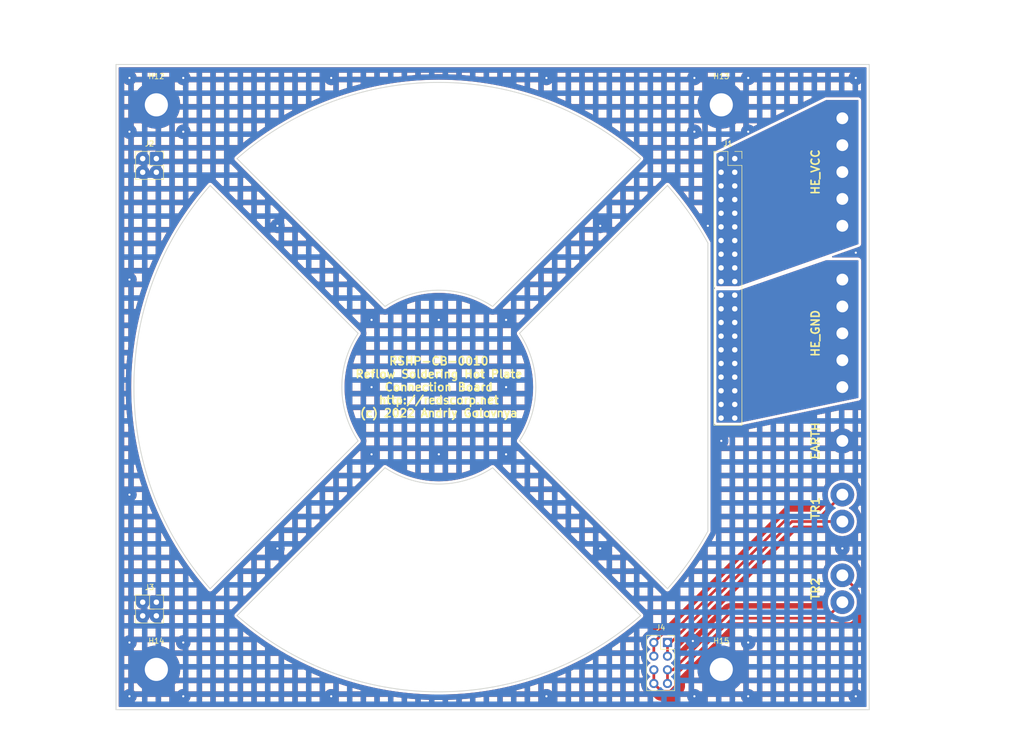
<source format=kicad_pcb>
(kicad_pcb (version 20211014) (generator pcbnew)
  (title_block (title "RSHP-CB-0010") (date "2022-05-29") (rev "1.0") (company "(c) Andriy Golovnya http://redscorp.net") (comment 1 "Reflow Soldering Hot Plate - Connection Board"))
  (layers (0 "F.Cu" signal) (31 "B.Cu" signal) (34 "B.Paste" user) (35 "F.Paste" user) (36 "B.SilkS" user "B.Silkscreen") (37 "F.SilkS" user "F.Silkscreen") (38 "B.Mask" user) (39 "F.Mask" user) (44 "Edge.Cuts" user))
  (net 0 "")
  (net 1 "HE_VCC")
  (net 2 "HE_GND")
  (net 3 "EARTH")
  (net 4 "TR1_VCC")
  (net 5 "TR1_GND")
  (net 6 "TR2_VCC")
  (net 7 "TR2_GND")
  (footprint "Connector_PinSocket_2.54mm:PinSocket_2x20_P2.54mm_Vertical" (layer "F.Cu") (at 165 47.5)
    (fp_text reference "J1" (at -1.27 -2.77) (layer "F.SilkS"))
    (fp_text value "Conn_02x20_Odd_Even")
    (fp_line (start -3.87 -1.33) (end -3.87 49.59) (layer "F.SilkS") (width 0.12))
    (fp_line (start -3.87 49.59) (end 1.33 49.59) (layer "F.SilkS") (width 0.12))
    (fp_line (start -1.27 -1.33) (end -1.27 1.27) (layer "F.SilkS") (width 0.12))
    (fp_line (start 1.33 1.27) (end 1.33 49.59) (layer "F.SilkS") (width 0.12))
    (fp_line (start 0 -1.33) (end 1.33 -1.33) (layer "F.SilkS") (width 0.12))
    (fp_line (start 1.33 -1.33) (end 1.33 0) (layer "F.SilkS") (width 0.12))
    (fp_line (start -3.87 -1.33) (end -1.27 -1.33) (layer "F.SilkS") (width 0.12))
    (fp_line (start -1.27 1.27) (end 1.33 1.27) (layer "F.SilkS") (width 0.12))
    (pad "1" thru_hole rect (at 0 0) (size 1.7 1.7) (drill 1) (layers *.Cu *.Mask) (net 1 "HE_VCC"))
    (pad "2" thru_hole oval (at -2.54 0) (size 1.7 1.7) (drill 1) (layers *.Cu *.Mask) (net 1 "HE_VCC"))
    (pad "3" thru_hole oval (at 0 2.54) (size 1.7 1.7) (drill 1) (layers *.Cu *.Mask) (net 1 "HE_VCC"))
    (pad "4" thru_hole oval (at -2.54 2.54) (size 1.7 1.7) (drill 1) (layers *.Cu *.Mask) (net 1 "HE_VCC"))
    (pad "5" thru_hole oval (at 0 5.08) (size 1.7 1.7) (drill 1) (layers *.Cu *.Mask) (net 1 "HE_VCC"))
    (pad "6" thru_hole oval (at -2.54 5.08) (size 1.7 1.7) (drill 1) (layers *.Cu *.Mask) (net 1 "HE_VCC"))
    (pad "7" thru_hole oval (at 0 7.62) (size 1.7 1.7) (drill 1) (layers *.Cu *.Mask) (net 1 "HE_VCC"))
    (pad "8" thru_hole oval (at -2.54 7.62) (size 1.7 1.7) (drill 1) (layers *.Cu *.Mask) (net 1 "HE_VCC"))
    (pad "9" thru_hole oval (at 0 10.16) (size 1.7 1.7) (drill 1) (layers *.Cu *.Mask) (net 1 "HE_VCC"))
    (pad "10" thru_hole oval (at -2.54 10.16) (size 1.7 1.7) (drill 1) (layers *.Cu *.Mask) (net 1 "HE_VCC"))
    (pad "11" thru_hole oval (at 0 12.7) (size 1.7 1.7) (drill 1) (layers *.Cu *.Mask) (net 1 "HE_VCC"))
    (pad "12" thru_hole oval (at -2.54 12.7) (size 1.7 1.7) (drill 1) (layers *.Cu *.Mask) (net 1 "HE_VCC"))
    (pad "13" thru_hole oval (at 0 15.24) (size 1.7 1.7) (drill 1) (layers *.Cu *.Mask) (net 1 "HE_VCC"))
    (pad "14" thru_hole oval (at -2.54 15.24) (size 1.7 1.7) (drill 1) (layers *.Cu *.Mask) (net 1 "HE_VCC"))
    (pad "15" thru_hole oval (at 0 17.78) (size 1.7 1.7) (drill 1) (layers *.Cu *.Mask) (net 1 "HE_VCC"))
    (pad "16" thru_hole oval (at -2.54 17.78) (size 1.7 1.7) (drill 1) (layers *.Cu *.Mask) (net 1 "HE_VCC"))
    (pad "17" thru_hole oval (at 0 20.32) (size 1.7 1.7) (drill 1) (layers *.Cu *.Mask) (net 1 "HE_VCC"))
    (pad "18" thru_hole oval (at -2.54 20.32) (size 1.7 1.7) (drill 1) (layers *.Cu *.Mask) (net 1 "HE_VCC"))
    (pad "19" thru_hole oval (at 0 22.86) (size 1.7 1.7) (drill 1) (layers *.Cu *.Mask) (net 1 "HE_VCC"))
    (pad "20" thru_hole oval (at -2.54 22.86) (size 1.7 1.7) (drill 1) (layers *.Cu *.Mask) (net 1 "HE_VCC"))
    (pad "21" thru_hole oval (at 0 25.4) (size 1.7 1.7) (drill 1) (layers *.Cu *.Mask) (net 2 "HE_GND"))
    (pad "22" thru_hole oval (at -2.54 25.4) (size 1.7 1.7) (drill 1) (layers *.Cu *.Mask) (net 2 "HE_GND"))
    (pad "23" thru_hole oval (at 0 27.94) (size 1.7 1.7) (drill 1) (layers *.Cu *.Mask) (net 2 "HE_GND"))
    (pad "24" thru_hole oval (at -2.54 27.94) (size 1.7 1.7) (drill 1) (layers *.Cu *.Mask) (net 2 "HE_GND"))
    (pad "25" thru_hole oval (at 0 30.48) (size 1.7 1.7) (drill 1) (layers *.Cu *.Mask) (net 2 "HE_GND"))
    (pad "26" thru_hole oval (at -2.54 30.48) (size 1.7 1.7) (drill 1) (layers *.Cu *.Mask) (net 2 "HE_GND"))
    (pad "27" thru_hole oval (at 0 33.02) (size 1.7 1.7) (drill 1) (layers *.Cu *.Mask) (net 2 "HE_GND"))
    (pad "28" thru_hole oval (at -2.54 33.02) (size 1.7 1.7) (drill 1) (layers *.Cu *.Mask) (net 2 "HE_GND"))
    (pad "29" thru_hole oval (at 0 35.56) (size 1.7 1.7) (drill 1) (layers *.Cu *.Mask) (net 2 "HE_GND"))
    (pad "30" thru_hole oval (at -2.54 35.56) (size 1.7 1.7) (drill 1) (layers *.Cu *.Mask) (net 2 "HE_GND"))
    (pad "31" thru_hole oval (at 0 38.1) (size 1.7 1.7) (drill 1) (layers *.Cu *.Mask) (net 2 "HE_GND"))
    (pad "32" thru_hole oval (at -2.54 38.1) (size 1.7 1.7) (drill 1) (layers *.Cu *.Mask) (net 2 "HE_GND"))
    (pad "33" thru_hole oval (at 0 40.64) (size 1.7 1.7) (drill 1) (layers *.Cu *.Mask) (net 2 "HE_GND"))
    (pad "34" thru_hole oval (at -2.54 40.64) (size 1.7 1.7) (drill 1) (layers *.Cu *.Mask) (net 2 "HE_GND"))
    (pad "35" thru_hole oval (at 0 43.18) (size 1.7 1.7) (drill 1) (layers *.Cu *.Mask) (net 2 "HE_GND"))
    (pad "36" thru_hole oval (at -2.54 43.18) (size 1.7 1.7) (drill 1) (layers *.Cu *.Mask) (net 2 "HE_GND"))
    (pad "37" thru_hole oval (at 0 45.72) (size 1.7 1.7) (drill 1) (layers *.Cu *.Mask) (net 2 "HE_GND"))
    (pad "38" thru_hole oval (at -2.54 45.72) (size 1.7 1.7) (drill 1) (layers *.Cu *.Mask) (net 2 "HE_GND"))
    (pad "39" thru_hole oval (at 0 48.26) (size 1.7 1.7) (drill 1) (layers *.Cu *.Mask) (net 2 "HE_GND"))
    (pad "40" thru_hole oval (at -2.54 48.26) (size 1.7 1.7) (drill 1) (layers *.Cu *.Mask) (net 2 "HE_GND"))
  )
  (footprint "MountingHole:MountingHole_2.2mm_M2_Pad" (layer "F.Cu") (at 185 50)
    (fp_text reference "H3" hide)
    (fp_text value "MountingHole_Pad")
    (pad "1" thru_hole circle (at 0 0) (size 4.4 4.4) (drill 2.2) (layers *.Cu *.Mask) (net 1 "HE_VCC"))
  )
  (footprint "MountingHole:MountingHole_2.2mm_M2_Pad" (layer "F.Cu") (at 185 130)
    (fp_text reference "H19" hide)
    (fp_text value "MountingHole_Pad")
    (pad "1" thru_hole circle (at 0 0) (size 4.4 4.4) (drill 2.2) (layers *.Cu *.Mask) (net 7 "TR2_GND"))
  )
  (footprint "Connector_PinSocket_2.54mm:PinSocket_2x04_P2.54mm_Vertical" (layer "F.Cu") (at 152.5 137.5)
    (fp_text reference "J4" (at -1.27 -2.77) (layer "F.SilkS"))
    (fp_text value "Conn_02x04_Odd_Even")
    (fp_line (start -3.87 -1.33) (end -3.87 8.95) (layer "F.SilkS") (width 0.12))
    (fp_line (start -1.27 1.27) (end 1.33 1.27) (layer "F.SilkS") (width 0.12))
    (fp_line (start -1.27 -1.33) (end -1.27 1.27) (layer "F.SilkS") (width 0.12))
    (fp_line (start 1.33 -1.33) (end 1.33 0) (layer "F.SilkS") (width 0.12))
    (fp_line (start -3.87 -1.33) (end -1.27 -1.33) (layer "F.SilkS") (width 0.12))
    (fp_line (start 1.33 1.27) (end 1.33 8.95) (layer "F.SilkS") (width 0.12))
    (fp_line (start -3.87 8.95) (end 1.33 8.95) (layer "F.SilkS") (width 0.12))
    (fp_line (start 0 -1.33) (end 1.33 -1.33) (layer "F.SilkS") (width 0.12))
    (pad "1" thru_hole rect (at 0 0) (size 1.7 1.7) (drill 1) (layers *.Cu *.Mask) (net 5 "TR1_GND"))
    (pad "2" thru_hole oval (at -2.54 0) (size 1.7 1.7) (drill 1) (layers *.Cu *.Mask) (net 4 "TR1_VCC"))
    (pad "3" thru_hole oval (at 0 2.54) (size 1.7 1.7) (drill 1) (layers *.Cu *.Mask) (net 5 "TR1_GND"))
    (pad "4" thru_hole oval (at -2.54 2.54) (size 1.7 1.7) (drill 1) (layers *.Cu *.Mask) (net 4 "TR1_VCC"))
    (pad "5" thru_hole oval (at 0 5.08) (size 1.7 1.7) (drill 1) (layers *.Cu *.Mask) (net 7 "TR2_GND"))
    (pad "6" thru_hole oval (at -2.54 5.08) (size 1.7 1.7) (drill 1) (layers *.Cu *.Mask) (net 6 "TR2_VCC"))
    (pad "7" thru_hole oval (at 0 7.62) (size 1.7 1.7) (drill 1) (layers *.Cu *.Mask) (net 7 "TR2_GND"))
    (pad "8" thru_hole oval (at -2.54 7.62) (size 1.7 1.7) (drill 1) (layers *.Cu *.Mask) (net 6 "TR2_VCC"))
  )
  (footprint "MountingHole:MountingHole_2.2mm_M2_Pad" (layer "F.Cu") (at 185 125)
    (fp_text reference "H18" hide)
    (fp_text value "MountingHole_Pad")
    (pad "1" thru_hole circle (at 0 0) (size 4.4 4.4) (drill 2.2) (layers *.Cu *.Mask) (net 6 "TR2_VCC"))
  )
  (footprint "MountingHole:MountingHole_2.2mm_M2_Pad" (layer "F.Cu") (at 185 90)
    (fp_text reference "H10" hide)
    (fp_text value "MountingHole_Pad")
    (pad "1" thru_hole circle (at 0 0) (size 4.4 4.4) (drill 2.2) (layers *.Cu *.Mask) (net 2 "HE_GND"))
  )
  (footprint "Connector_PinSocket_2.54mm:PinSocket_2x02_P2.54mm_Vertical" (layer "F.Cu") (at 57.5 130)
    (fp_text reference "J3" (at -1.27 -2.77) (layer "F.SilkS"))
    (fp_text value "Conn_02x02_Odd_Even")
    (fp_line (start 0 -1.33) (end 1.33 -1.33) (layer "F.SilkS") (width 0.12))
    (fp_line (start 1.33 -1.33) (end 1.33 0) (layer "F.SilkS") (width 0.12))
    (fp_line (start -1.27 -1.33) (end -1.27 1.27) (layer "F.SilkS") (width 0.12))
    (fp_line (start -3.87 -1.33) (end -3.87 3.87) (layer "F.SilkS") (width 0.12))
    (fp_line (start -3.87 -1.33) (end -1.27 -1.33) (layer "F.SilkS") (width 0.12))
    (fp_line (start 1.33 1.27) (end 1.33 3.87) (layer "F.SilkS") (width 0.12))
    (fp_line (start -3.87 3.87) (end 1.33 3.87) (layer "F.SilkS") (width 0.12))
    (fp_line (start -1.27 1.27) (end 1.33 1.27) (layer "F.SilkS") (width 0.12))
    (pad "1" thru_hole rect (at 0 0) (size 1.7 1.7) (drill 1) (layers *.Cu *.Mask) (net 3 "EARTH"))
    (pad "2" thru_hole oval (at -2.54 0) (size 1.7 1.7) (drill 1) (layers *.Cu *.Mask) (net 3 "EARTH"))
    (pad "3" thru_hole oval (at 0 2.54) (size 1.7 1.7) (drill 1) (layers *.Cu *.Mask) (net 3 "EARTH"))
    (pad "4" thru_hole oval (at -2.54 2.54) (size 1.7 1.7) (drill 1) (layers *.Cu *.Mask) (net 3 "EARTH"))
  )
  (footprint "MountingHole:MountingHole_2.2mm_M2_Pad" (layer "F.Cu") (at 185 110)
    (fp_text reference "H16" hide)
    (fp_text value "MountingHole_Pad")
    (pad "1" thru_hole circle (at 0 0) (size 4.4 4.4) (drill 2.2) (layers *.Cu *.Mask) (net 4 "TR1_VCC"))
  )
  (footprint "MountingHole:MountingHole_2.2mm_M2_Pad" (layer "F.Cu") (at 185 80)
    (fp_text reference "H8" hide)
    (fp_text value "MountingHole_Pad")
    (pad "1" thru_hole circle (at 0 0) (size 4.4 4.4) (drill 2.2) (layers *.Cu *.Mask) (net 2 "HE_GND"))
  )
  (footprint "MountingHole:MountingHole_4.3mm_M4_Pad" (layer "F.Cu") (at 57.5 142.5)
    (fp_text reference "H14" (at 0 -5.3) (layer "F.SilkS"))
    (fp_text value "MountingHole")
    (pad "1" thru_hole circle (at 0 0) (size 8.6 8.6) (drill 4.3) (layers *.Cu *.Mask) (net 3 "EARTH"))
  )
  (footprint "Connector_PinSocket_2.54mm:PinSocket_2x02_P2.54mm_Vertical" (layer "F.Cu") (at 57.5 47.5)
    (fp_text reference "J2" (at -1.27 -2.77) (layer "F.SilkS"))
    (fp_text value "Conn_02x02_Odd_Even")
    (fp_line (start -1.27 1.27) (end 1.33 1.27) (layer "F.SilkS") (width 0.12))
    (fp_line (start 0 -1.33) (end 1.33 -1.33) (layer "F.SilkS") (width 0.12))
    (fp_line (start -3.87 3.87) (end 1.33 3.87) (layer "F.SilkS") (width 0.12))
    (fp_line (start -3.87 -1.33) (end -3.87 3.87) (layer "F.SilkS") (width 0.12))
    (fp_line (start -1.27 -1.33) (end -1.27 1.27) (layer "F.SilkS") (width 0.12))
    (fp_line (start -3.87 -1.33) (end -1.27 -1.33) (layer "F.SilkS") (width 0.12))
    (fp_line (start 1.33 -1.33) (end 1.33 0) (layer "F.SilkS") (width 0.12))
    (fp_line (start 1.33 1.27) (end 1.33 3.87) (layer "F.SilkS") (width 0.12))
    (pad "1" thru_hole rect (at 0 0) (size 1.7 1.7) (drill 1) (layers *.Cu *.Mask) (net 3 "EARTH"))
    (pad "2" thru_hole oval (at -2.54 0) (size 1.7 1.7) (drill 1) (layers *.Cu *.Mask) (net 3 "EARTH"))
    (pad "3" thru_hole oval (at 0 2.54) (size 1.7 1.7) (drill 1) (layers *.Cu *.Mask) (net 3 "EARTH"))
    (pad "4" thru_hole oval (at -2.54 2.54) (size 1.7 1.7) (drill 1) (layers *.Cu *.Mask) (net 3 "EARTH"))
  )
  (footprint "MountingHole:MountingHole_2.2mm_M2_Pad" (layer "F.Cu") (at 185 70)
    (fp_text reference "H6" hide)
    (fp_text value "MountingHole_Pad")
    (pad "1" thru_hole circle (at 0 0) (size 4.4 4.4) (drill 2.2) (layers *.Cu *.Mask) (net 2 "HE_GND"))
  )
  (footprint "MountingHole:MountingHole_2.2mm_M2_Pad" (layer "F.Cu") (at 185 85)
    (fp_text reference "H9" hide)
    (fp_text value "MountingHole_Pad")
    (pad "1" thru_hole circle (at 0 0) (size 4.4 4.4) (drill 2.2) (layers *.Cu *.Mask) (net 2 "HE_GND"))
  )
  (footprint "MountingHole:MountingHole_4.3mm_M4_Pad" (layer "F.Cu") (at 57.5 37.5)
    (fp_text reference "H12" (at 0 -5.3) (layer "F.SilkS"))
    (fp_text value "MountingHole")
    (pad "1" thru_hole circle (at 0 0) (size 8.6 8.6) (drill 4.3) (layers *.Cu *.Mask) (net 3 "EARTH"))
  )
  (footprint "MountingHole:MountingHole_4.3mm_M4_Pad" (layer "F.Cu") (at 162.5 142.5)
    (fp_text reference "H15" (at 0 -5.3) (layer "F.SilkS"))
    (fp_text value "MountingHole")
    (pad "1" thru_hole circle (at 0 0) (size 8.6 8.6) (drill 4.3) (layers *.Cu *.Mask) (net 3 "EARTH"))
  )
  (footprint "MountingHole:MountingHole_2.2mm_M2_Pad" (layer "F.Cu") (at 185 75)
    (fp_text reference "H7" hide)
    (fp_text value "MountingHole_Pad")
    (pad "1" thru_hole circle (at 0 0) (size 4.4 4.4) (drill 2.2) (layers *.Cu *.Mask) (net 2 "HE_GND"))
  )
  (footprint "MountingHole:MountingHole_4.3mm_M4_Pad" (layer "F.Cu") (at 162.5 37.5)
    (fp_text reference "H13" (at 0 -5.3) (layer "F.SilkS"))
    (fp_text value "MountingHole")
    (pad "1" thru_hole circle (at 0 0) (size 8.6 8.6) (drill 4.3) (layers *.Cu *.Mask) (net 3 "EARTH"))
  )
  (footprint "MountingHole:MountingHole_2.2mm_M2_Pad" (layer "F.Cu") (at 185 100)
    (fp_text reference "H11" hide)
    (fp_text value "MountingHole_Pad")
    (pad "1" thru_hole circle (at 0 0) (size 4.4 4.4) (drill 2.2) (layers *.Cu *.Mask) (net 3 "EARTH"))
  )
  (footprint "MountingHole:MountingHole_2.2mm_M2_Pad" (layer "F.Cu") (at 185 55)
    (fp_text reference "H2" hide)
    (fp_text value "MountingHole_Pad")
    (pad "1" thru_hole circle (at 0 0) (size 4.4 4.4) (drill 2.2) (layers *.Cu *.Mask) (net 1 "HE_VCC"))
  )
  (footprint "MountingHole:MountingHole_2.2mm_M2_Pad" (layer "F.Cu") (at 185 115)
    (fp_text reference "H17" hide)
    (fp_text value "MountingHole_Pad")
    (pad "1" thru_hole circle (at 0 0) (size 4.4 4.4) (drill 2.2) (layers *.Cu *.Mask) (net 5 "TR1_GND"))
  )
  (footprint "MountingHole:MountingHole_2.2mm_M2_Pad" (layer "F.Cu") (at 185 60)
    (fp_text reference "H1" hide)
    (fp_text value "MountingHole_Pad")
    (pad "1" thru_hole circle (at 0 0) (size 4.4 4.4) (drill 2.2) (layers *.Cu *.Mask) (net 1 "HE_VCC"))
  )
  (footprint "MountingHole:MountingHole_2.2mm_M2_Pad" (layer "F.Cu") (at 185 40)
    (fp_text reference "H5" hide)
    (fp_text value "MountingHole_Pad")
    (pad "1" thru_hole circle (at 0 0) (size 4.4 4.4) (drill 2.2) (layers *.Cu *.Mask) (net 1 "HE_VCC"))
  )
  (footprint "MountingHole:MountingHole_2.2mm_M2_Pad" (layer "F.Cu") (at 185 45)
    (fp_text reference "H4" hide)
    (fp_text value "MountingHole_Pad")
    (pad "1" thru_hole circle (at 0 0) (size 4.4 4.4) (drill 2.2) (layers *.Cu *.Mask) (net 1 "HE_VCC"))
  )
  (gr_line (start 120 105) (end 147.5 132.5) (layer "Edge.Cuts") (width 0.15))
  (gr_line (start 190 30) (end 50 30) (layer "Edge.Cuts") (width 0.15))
  (gr_line (start 50 150) (end 190 150) (layer "Edge.Cuts") (width 0.15))
  (gr_arc (start 147.5 132.5) (mid 110 146.670069) (end 72.5 132.5) (layer "Edge.Cuts") (width 0.15))
  (gr_arc (start 120 105) (mid 110 108.028703) (end 100 105) (layer "Edge.Cuts") (width 0.15))
  (gr_line (start 100 105) (end 72.5 132.5) (layer "Edge.Cuts") (width 0.15))
  (gr_arc (start 125 80) (mid 128.028703 90) (end 125 100) (layer "Edge.Cuts") (width 0.15))
  (gr_line (start 120 75) (end 147.5 47.5) (layer "Edge.Cuts") (width 0.15))
  (gr_line (start 125 80) (end 152.5 52.5) (layer "Edge.Cuts") (width 0.15))
  (gr_line (start 95 100) (end 67.5 127.5) (layer "Edge.Cuts") (width 0.15))
  (gr_line (start 160 63.2) (end 160 116.8) (layer "Edge.Cuts") (width 0.15))
  (gr_line (start 125 100) (end 152.5 127.5) (layer "Edge.Cuts") (width 0.15))
  (gr_line (start 50 30) (end 50 150) (layer "Edge.Cuts") (width 0.15))
  (gr_arc (start 67.5 127.5) (mid 53.329931 90) (end 67.5 52.5) (layer "Edge.Cuts") (width 0.15))
  (gr_arc (start 152.5 52.5) (mid 156.549877 57.639806) (end 160 63.2) (layer "Edge.Cuts") (width 0.15))
  (gr_line (start 190 150) (end 190 30) (layer "Edge.Cuts") (width 0.15))
  (gr_line (start 100 75) (end 72.5 47.5) (layer "Edge.Cuts") (width 0.15))
  (gr_arc (start 72.5 47.5) (mid 110 33.329931) (end 147.5 47.5) (layer "Edge.Cuts") (width 0.15))
  (gr_arc (start 100 75) (mid 110 71.971297) (end 120 75) (layer "Edge.Cuts") (width 0.15))
  (gr_line (start 95 80) (end 67.5 52.5) (layer "Edge.Cuts") (width 0.15))
  (gr_arc (start 160 116.8) (mid 156.55069 122.360764) (end 152.5 127.5) (layer "Edge.Cuts") (width 0.15))
  (gr_arc (start 95 100) (mid 91.971297 90) (end 95 80) (layer "Edge.Cuts") (width 0.15))
  (gr_text "HE_GND" (at 180 80 90) (layer "F.SilkS") (effects (font (size 1.5 1.5) (thickness 0.3))))
  (gr_text "TR2" (at 180 127.5 90) (layer "F.SilkS") (effects (font (size 1.5 1.5) (thickness 0.3))))
  (gr_text "TR1" (at 180 112.5 90) (layer "F.SilkS") (effects (font (size 1.5 1.5) (thickness 0.3))))
  (gr_text "HE_VCC" (at 180 50 90) (layer "F.SilkS") (effects (font (size 1.5 1.5) (thickness 0.3))))
  (gr_text "EARTH" (at 180 100 90) (layer "F.SilkS") (effects (font (size 1.5 1.5) (thickness 0.3))))
  (gr_text "RSHP-CB-0010\nReflow Soldering Hot Plate\nConnection Board\nhttp://redscorp.net\n(c) 2022 Andriy Golovnya" (at 110 90) (layer "F.SilkS") (effects (font (size 1.5 1.5) (thickness 0.3))))
  (via (at 52.5 110) (size 0.8) (drill 0.4) (layers "F.Cu" "B.Cu") (net 3))
  (via (at 80 120) (size 0.8) (drill 0.4) (layers "F.Cu" "B.Cu") (net 3))
  (via (at 122.5 102.5) (size 0.8) (drill 0.4) (layers "F.Cu" "B.Cu") (net 3))
  (via (at 187.5 65) (size 0.8) (drill 0.4) (layers "F.Cu" "B.Cu") (net 3))
  (via (at 167.5 147.5) (size 0.8) (drill 0.4) (layers "F.Cu" "B.Cu") (net 3))
  (via (at 187.5 32.5) (size 0.8) (drill 0.4) (layers "F.Cu" "B.Cu") (net 3))
  (via (at 52.5 42.5) (size 0.8) (drill 0.4) (layers "F.Cu" "B.Cu") (net 3))
  (via (at 110 77.5) (size 0.8) (drill 0.4) (layers "F.Cu" "B.Cu") (net 3))
  (via (at 162.5 100) (size 0.8) (drill 0.4) (layers "F.Cu" "B.Cu") (net 3))
  (via (at 62.5 32.5) (size 0.8) (drill 0.4) (layers "F.Cu" "B.Cu") (net 3))
  (via (at 97.5 77.5) (size 0.8) (drill 0.4) (layers "F.Cu" "B.Cu") (net 3))
  (via (at 122.5 90) (size 0.8) (drill 0.4) (layers "F.Cu" "B.Cu") (net 3))
  (via (at 157.217171 137.217171) (size 0.8) (drill 0.4) (layers "F.Cu" "B.Cu") (net 3))
  (via (at 157.5 32.5) (size 0.8) (drill 0.4) (layers "F.Cu" "B.Cu") (net 3))
  (via (at 187.5 147.5) (size 0.8) (drill 0.4) (layers "F.Cu" "B.Cu") (net 3))
  (via (at 130 147.5) (size 0.8) (drill 0.4) (layers "F.Cu" "B.Cu") (net 3))
  (via (at 52.5 137.5) (size 0.8) (drill 0.4) (layers "F.Cu" "B.Cu") (net 3))
  (via (at 62.5 42.5) (size 0.8) (drill 0.4) (layers "F.Cu" "B.Cu") (net 3))
  (via (at 167.5 32.5) (size 0.8) (drill 0.4) (layers "F.Cu" "B.Cu") (net 3))
  (via (at 97.5 102.5) (size 0.8) (drill 0.4) (layers "F.Cu" "B.Cu") (net 3))
  (via (at 52.5 70) (size 0.8) (drill 0.4) (layers "F.Cu" "B.Cu") (net 3))
  (via (at 130 32.5) (size 0.8) (drill 0.4) (layers "F.Cu" "B.Cu") (net 3))
  (via (at 157.5 42.5) (size 0.8) (drill 0.4) (layers "F.Cu" "B.Cu") (net 3))
  (via (at 185 120) (size 0.8) (drill 0.4) (layers "F.Cu" "B.Cu") (net 3))
  (via (at 110 90) (size 0.8) (drill 0.4) (layers "F.Cu" "B.Cu") (net 3))
  (via (at 160 60) (size 0.8) (drill 0.4) (layers "F.Cu" "B.Cu") (net 3))
  (via (at 97.5 90) (size 0.8) (drill 0.4) (layers "F.Cu" "B.Cu") (net 3))
  (via (at 122.5 77.5) (size 0.8) (drill 0.4) (layers "F.Cu" "B.Cu") (net 3))
  (via (at 90 32.5) (size 0.8) (drill 0.4) (layers "F.Cu" "B.Cu") (net 3))
  (via (at 62.5 137.5) (size 0.8) (drill 0.4) (layers "F.Cu" "B.Cu") (net 3))
  (via (at 52.5 32.5) (size 0.8) (drill 0.4) (layers "F.Cu" "B.Cu") (net 3))
  (via (at 90 147.5) (size 0.8) (drill 0.4) (layers "F.Cu" "B.Cu") (net 3))
  (via (at 157.5 147.5) (size 0.8) (drill 0.4) (layers "F.Cu" "B.Cu") (net 3))
  (via (at 140 120) (size 0.8) (drill 0.4) (layers "F.Cu" "B.Cu") (net 3))
  (via (at 80 60) (size 0.8) (drill 0.4) (layers "F.Cu" "B.Cu") (net 3))
  (via (at 167.5 42.5) (size 0.8) (drill 0.4) (layers "F.Cu" "B.Cu") (net 3))
  (via (at 62.5 147.5) (size 0.8) (drill 0.4) (layers "F.Cu" "B.Cu") (net 3))
  (via (at 110 102.5) (size 0.8) (drill 0.4) (layers "F.Cu" "B.Cu") (net 3))
  (via (at 167.5 137.5) (size 0.8) (drill 0.4) (layers "F.Cu" "B.Cu") (net 3))
  (via (at 52.5 147.5) (size 0.8) (drill 0.4) (layers "F.Cu" "B.Cu") (net 3))
  (via (at 140 60) (size 0.8) (drill 0.4) (layers "F.Cu" "B.Cu") (net 3))
  (segment (start 149.96 140.04) (end 149.96 137.5) (width 0.5) (layer "F.Cu") (net 4))
  (segment (start 149.96 137.5) (end 151.570201 135.889799) (width 0.5) (layer "F.Cu") (net 4))
  (segment (start 181.072526 113.927474) (end 185 110) (width 0.5) (layer "F.Cu") (net 4))
  (segment (start 175.214504 113.927474) (end 181.072526 113.927474) (width 0.5) (layer "F.Cu") (net 4))
  (segment (start 153.252179 135.889799) (end 175.214504 113.927474) (width 0.5) (layer "F.Cu") (net 4))
  (segment (start 151.570201 135.889799) (end 153.252179 135.889799) (width 0.5) (layer "F.Cu") (net 4))
  (segment (start 152.5 140.04) (end 152.5 137.5) (width 0.5) (layer "F.Cu") (net 5))
  (segment (start 153.135718 137.5) (end 175.635718 115) (width 0.5) (layer "F.Cu") (net 5))
  (segment (start 175.635718 115) (end 185 115) (width 0.5) (layer "F.Cu") (net 5))
  (segment (start 152.5 137.5) (end 153.135718 137.5) (width 0.5) (layer "F.Cu") (net 5))
  (segment (start 187.941812 127.941812) (end 185 125) (width 0.5) (layer "F.Cu") (net 6))
  (segment (start 164.586304 132.982636) (end 186.261522 132.982636) (width 0.5) (layer "F.Cu") (net 6))
  (segment (start 149.96 145.12) (end 149.96 142.58) (width 0.5) (layer "F.Cu") (net 6))
  (segment (start 149.96 145.12) (end 151.415598 146.575598) (width 0.5) (layer "F.Cu") (net 6))
  (segment (start 153.983086 143.585854) (end 164.586304 132.982636) (width 0.5) (layer "F.Cu") (net 6))
  (segment (start 153.983086 145.590463) (end 153.983086 143.585854) (width 0.5) (layer "F.Cu") (net 6))
  (segment (start 151.415598 146.575598) (end 152.997951 146.575598) (width 0.5) (layer "F.Cu") (net 6))
  (segment (start 186.261522 132.982636) (end 187.941812 131.302346) (width 0.5) (layer "F.Cu") (net 6))
  (segment (start 152.997951 146.575598) (end 153.983086 145.590463) (width 0.5) (layer "F.Cu") (net 6))
  (segment (start 187.941812 131.302346) (end 187.941812 127.941812) (width 0.5) (layer "F.Cu") (net 6))
  (segment (start 164.165081 131.949991) (end 183.050009 131.949991) (width 0.5) (layer "F.Cu") (net 7))
  (segment (start 152.5 142.58) (end 153.535072 142.58) (width 0.5) (layer "F.Cu") (net 7))
  (segment (start 183.050009 131.949991) (end 185 130) (width 0.5) (layer "F.Cu") (net 7))
  (segment (start 152.5 145.12) (end 152.5 142.58) (width 0.5) (layer "F.Cu") (net 7))
  (segment (start 153.535072 142.58) (end 164.165081 131.949991) (width 0.5) (layer "F.Cu") (net 7))
  (zone (net 2) (net_name "HE_GND") (layers F&B.Cu) (priority 1) (connect_pads yes (clearance 0.508)) (min_thickness 0.254) (fill yes (thermal_gap 0.508) (thermal_bridge_width 0.508))
    (polygon (pts (xy 188 92) (xy 166 96.6) (xy 161.6 96.6) (xy 161.6 72) (xy 165.8 72) (xy 182 66.4) (xy 188 66.4)))
  )
  (zone (net 1) (net_name "HE_VCC") (layers F&B.Cu) (priority 1) (connect_pads yes (clearance 0.508)) (min_thickness 0.254) (fill yes (thermal_gap 0.508) (thermal_bridge_width 0.508))
    (polygon (pts (xy 188 63.4) (xy 165.8 71.2) (xy 161.6 71.2) (xy 161.6 46.6) (xy 182 36.6) (xy 188 36.6)))
  )
  (zone (net 3) (net_name "EARTH") (layers F&B.Cu) (connect_pads yes (clearance 0.508)) (min_thickness 0.254) (fill yes (mode hatch) (thermal_gap 0.508) (thermal_bridge_width 0.508) (hatch_thickness 1.016) (hatch_gap 1.524) (hatch_orientation 0) (hatch_border_algorithm hatch_thickness) (hatch_min_hole_area 0.3))
    (polygon (pts (xy 190 150) (xy 50 150) (xy 50 30) (xy 190 30)))
  )
)
</source>
